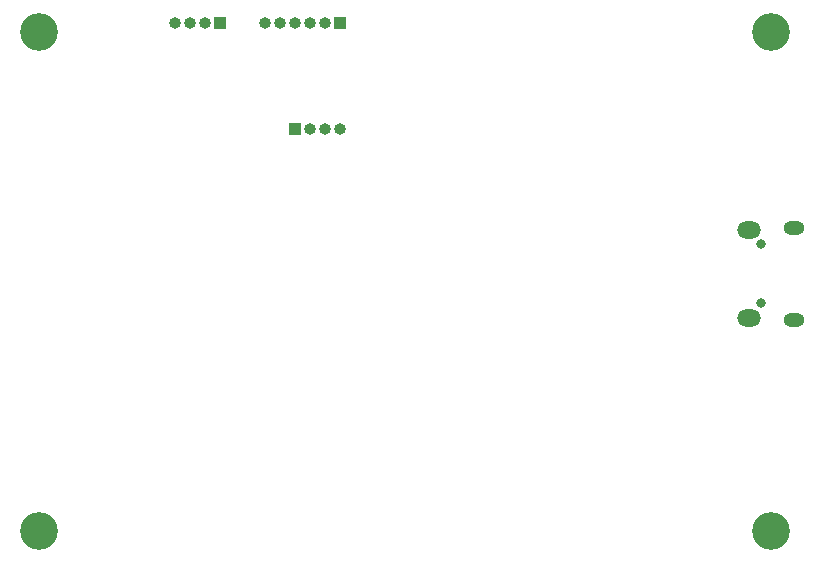
<source format=gbr>
%TF.GenerationSoftware,KiCad,Pcbnew,(6.0.2)*%
%TF.CreationDate,2022-04-08T16:17:17-05:00*%
%TF.ProjectId,Tlapixki-HelloWorld,546c6170-6978-46b6-992d-48656c6c6f57,rev?*%
%TF.SameCoordinates,Original*%
%TF.FileFunction,Soldermask,Bot*%
%TF.FilePolarity,Negative*%
%FSLAX46Y46*%
G04 Gerber Fmt 4.6, Leading zero omitted, Abs format (unit mm)*
G04 Created by KiCad (PCBNEW (6.0.2)) date 2022-04-08 16:17:17*
%MOMM*%
%LPD*%
G01*
G04 APERTURE LIST*
%ADD10C,3.200000*%
%ADD11R,1.000000X1.000000*%
%ADD12O,1.000000X1.000000*%
%ADD13O,0.800000X0.800000*%
%ADD14O,1.800000X1.150000*%
%ADD15O,2.000000X1.450000*%
G04 APERTURE END LIST*
D10*
%TO.C,H4*%
X123000000Y-143500000D03*
%TD*%
D11*
%TO.C,J2*%
X86500000Y-100500000D03*
D12*
X85230000Y-100500000D03*
X83960000Y-100500000D03*
X82690000Y-100500000D03*
X81420000Y-100500000D03*
X80150000Y-100500000D03*
%TD*%
D10*
%TO.C,H3*%
X61000000Y-101250000D03*
%TD*%
%TO.C,H2*%
X123000000Y-101250000D03*
%TD*%
%TO.C,H1*%
X61000000Y-143500000D03*
%TD*%
D13*
%TO.C,J1*%
X122200000Y-124250000D03*
X122200000Y-119250000D03*
D14*
X124950000Y-125625000D03*
D15*
X121150000Y-118025000D03*
X121150000Y-125475000D03*
D14*
X124950000Y-117875000D03*
%TD*%
D11*
%TO.C,J3*%
X76400000Y-100500000D03*
D12*
X75130000Y-100500000D03*
X73860000Y-100500000D03*
X72590000Y-100500000D03*
%TD*%
D11*
%TO.C,J4*%
X82690000Y-109500000D03*
D12*
X83960000Y-109500000D03*
X85230000Y-109500000D03*
X86500000Y-109500000D03*
%TD*%
M02*

</source>
